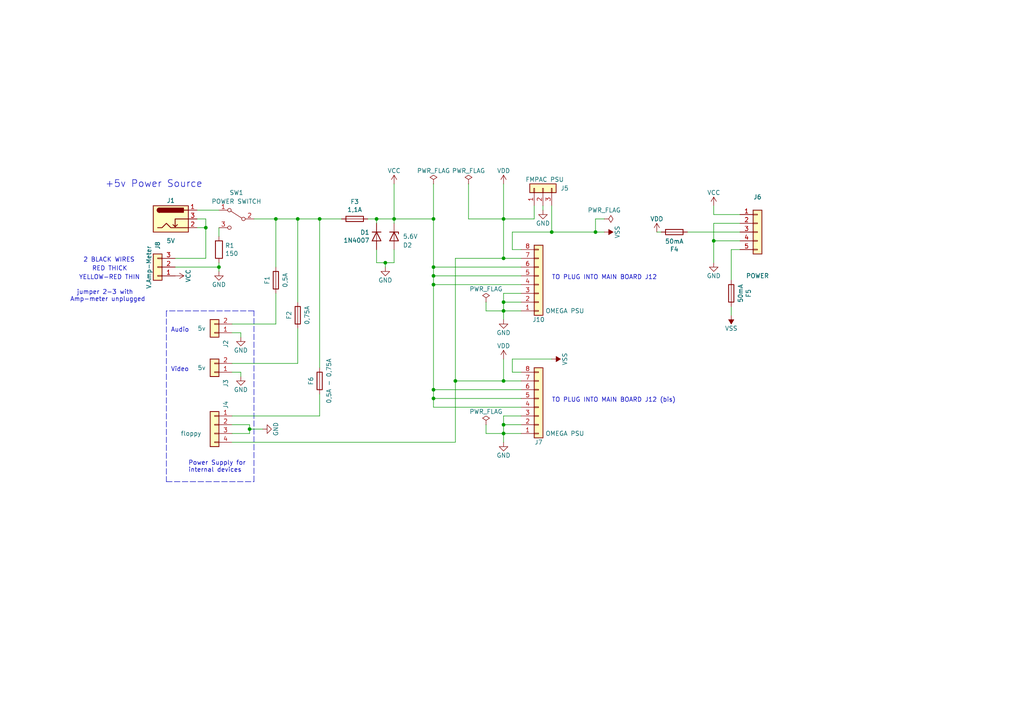
<source format=kicad_sch>
(kicad_sch (version 20211123) (generator eeschema)
  (paper "A4")
  (lib_symbols
    (symbol "Connector:Barrel_Jack_Switch" (pin_names hide)
      (property "Reference" "J" (at 0 5.334 0))
      (property "Value" "Barrel_Jack_Switch" (at 0 -5.08 0))
      (symbol "Barrel_Jack_Switch_0_1"
        (rectangle (start -5.08 3.81) (end 5.08 -3.81) (stroke (width 0.254)) (fill (type background)))
        (arc (start -3.302 3.175) (mid -3.937 2.54) (end -3.302 1.905) (stroke (width 0.254)))
        (arc (start -3.302 3.175) (mid -3.937 2.54) (end -3.302 1.905) (stroke (width 0.254)) (fill (type outline)))
        (polyline (pts (xy 1.27 -2.286) (xy 1.905 -1.651)) (stroke (width 0.254)))
        (polyline (pts (xy 5.08 2.54) (xy 3.81 2.54)) (stroke (width 0.254)))
        (polyline (pts (xy 5.08 0) (xy 1.27 0) (xy 1.27 -2.286) (xy 0.635 -1.651)) (stroke (width 0.254)))
        (polyline (pts (xy -3.81 -2.54) (xy -2.54 -2.54) (xy -1.27 -1.27) (xy 0 -2.54) (xy 2.54 -2.54) (xy 5.08 -2.54)) (stroke (width 0.254)))
        (rectangle (start 3.683 3.175) (end -3.302 1.905) (stroke (width 0.254)) (fill (type outline)))
      )
      (symbol "Barrel_Jack_Switch_1_1"
        (pin passive line (at 7.62 2.54 180) (length 2.54) (name "~") (number "1"))
        (pin passive line (at 7.62 -2.54 180) (length 2.54) (name "~") (number "2"))
        (pin passive line (at 7.62 0 180) (length 2.54) (name "~") (number "3"))
      )
    )
    (symbol "Connector_Generic:Conn_01x02" (pin_names (offset 1.016) hide)
      (property "Reference" "J" (at 0 2.54 0))
      (property "Value" "Conn_01x02" (at 0 -5.08 0))
      (symbol "Conn_01x02_1_1"
        (rectangle (start -1.27 -2.413) (end 0 -2.667) (stroke (width 0.1524)))
        (rectangle (start -1.27 0.127) (end 0 -0.127) (stroke (width 0.1524)))
        (rectangle (start -1.27 1.27) (end 1.27 -3.81) (stroke (width 0.254)) (fill (type background)))
        (pin passive line (at -5.08 0 0) (length 3.81) (name "Pin_1") (number "1"))
        (pin passive line (at -5.08 -2.54 0) (length 3.81) (name "Pin_2") (number "2"))
      )
    )
    (symbol "Connector_Generic:Conn_01x03" (pin_names (offset 1.016) hide)
      (property "Reference" "J" (at 0 5.08 0))
      (property "Value" "Conn_01x03" (at 0 -5.08 0))
      (symbol "Conn_01x03_1_1"
        (rectangle (start -1.27 -2.413) (end 0 -2.667) (stroke (width 0.1524)))
        (rectangle (start -1.27 0.127) (end 0 -0.127) (stroke (width 0.1524)))
        (rectangle (start -1.27 2.667) (end 0 2.413) (stroke (width 0.1524)))
        (rectangle (start -1.27 3.81) (end 1.27 -3.81) (stroke (width 0.254)) (fill (type background)))
        (pin passive line (at -5.08 2.54 0) (length 3.81) (name "Pin_1") (number "1"))
        (pin passive line (at -5.08 0 0) (length 3.81) (name "Pin_2") (number "2"))
        (pin passive line (at -5.08 -2.54 0) (length 3.81) (name "Pin_3") (number "3"))
      )
    )
    (symbol "Connector_Generic:Conn_01x04" (pin_names (offset 1.016) hide)
      (property "Reference" "J" (at 0 5.08 0))
      (property "Value" "Conn_01x04" (at 0 -7.62 0))
      (symbol "Conn_01x04_1_1"
        (rectangle (start -1.27 -4.953) (end 0 -5.207) (stroke (width 0.1524)))
        (rectangle (start -1.27 -2.413) (end 0 -2.667) (stroke (width 0.1524)))
        (rectangle (start -1.27 0.127) (end 0 -0.127) (stroke (width 0.1524)))
        (rectangle (start -1.27 2.667) (end 0 2.413) (stroke (width 0.1524)))
        (rectangle (start -1.27 3.81) (end 1.27 -6.35) (stroke (width 0.254)) (fill (type background)))
        (pin passive line (at -5.08 2.54 0) (length 3.81) (name "Pin_1") (number "1"))
        (pin passive line (at -5.08 0 0) (length 3.81) (name "Pin_2") (number "2"))
        (pin passive line (at -5.08 -2.54 0) (length 3.81) (name "Pin_3") (number "3"))
        (pin passive line (at -5.08 -5.08 0) (length 3.81) (name "Pin_4") (number "4"))
      )
    )
    (symbol "Connector_Generic:Conn_01x05" (pin_names (offset 1.016) hide)
      (property "Reference" "J" (at 0 7.62 0))
      (property "Value" "Conn_01x05" (at 0 -7.62 0))
      (symbol "Conn_01x05_1_1"
        (rectangle (start -1.27 -4.953) (end 0 -5.207) (stroke (width 0.1524)))
        (rectangle (start -1.27 -2.413) (end 0 -2.667) (stroke (width 0.1524)))
        (rectangle (start -1.27 0.127) (end 0 -0.127) (stroke (width 0.1524)))
        (rectangle (start -1.27 2.667) (end 0 2.413) (stroke (width 0.1524)))
        (rectangle (start -1.27 5.207) (end 0 4.953) (stroke (width 0.1524)))
        (rectangle (start -1.27 6.35) (end 1.27 -6.35) (stroke (width 0.254)) (fill (type background)))
        (pin passive line (at -5.08 5.08 0) (length 3.81) (name "Pin_1") (number "1"))
        (pin passive line (at -5.08 2.54 0) (length 3.81) (name "Pin_2") (number "2"))
        (pin passive line (at -5.08 0 0) (length 3.81) (name "Pin_3") (number "3"))
        (pin passive line (at -5.08 -2.54 0) (length 3.81) (name "Pin_4") (number "4"))
        (pin passive line (at -5.08 -5.08 0) (length 3.81) (name "Pin_5") (number "5"))
      )
    )
    (symbol "Connector_Generic:Conn_01x08" (pin_names (offset 1.016) hide)
      (property "Reference" "J" (at 0 10.16 0))
      (property "Value" "Conn_01x08" (at 0 -12.7 0))
      (symbol "Conn_01x08_1_1"
        (rectangle (start -1.27 -10.033) (end 0 -10.287) (stroke (width 0.1524)))
        (rectangle (start -1.27 -7.493) (end 0 -7.747) (stroke (width 0.1524)))
        (rectangle (start -1.27 -4.953) (end 0 -5.207) (stroke (width 0.1524)))
        (rectangle (start -1.27 -2.413) (end 0 -2.667) (stroke (width 0.1524)))
        (rectangle (start -1.27 0.127) (end 0 -0.127) (stroke (width 0.1524)))
        (rectangle (start -1.27 2.667) (end 0 2.413) (stroke (width 0.1524)))
        (rectangle (start -1.27 5.207) (end 0 4.953) (stroke (width 0.1524)))
        (rectangle (start -1.27 7.747) (end 0 7.493) (stroke (width 0.1524)))
        (rectangle (start -1.27 8.89) (end 1.27 -11.43) (stroke (width 0.254)) (fill (type background)))
        (pin passive line (at -5.08 7.62 0) (length 3.81) (name "Pin_1") (number "1"))
        (pin passive line (at -5.08 5.08 0) (length 3.81) (name "Pin_2") (number "2"))
        (pin passive line (at -5.08 2.54 0) (length 3.81) (name "Pin_3") (number "3"))
        (pin passive line (at -5.08 0 0) (length 3.81) (name "Pin_4") (number "4"))
        (pin passive line (at -5.08 -2.54 0) (length 3.81) (name "Pin_5") (number "5"))
        (pin passive line (at -5.08 -5.08 0) (length 3.81) (name "Pin_6") (number "6"))
        (pin passive line (at -5.08 -7.62 0) (length 3.81) (name "Pin_7") (number "7"))
        (pin passive line (at -5.08 -10.16 0) (length 3.81) (name "Pin_8") (number "8"))
      )
    )
    (symbol "Device:D_Zener" (pin_numbers hide) (pin_names (offset 1.016) hide)
      (property "Reference" "D" (at 0 2.54 0))
      (property "Value" "D_Zener" (at 0 -2.54 0))
      (symbol "D_Zener_0_1"
        (polyline (pts (xy 1.27 0) (xy -1.27 0)))
        (polyline (pts (xy -1.27 -1.27) (xy -1.27 1.27) (xy -0.762 1.27)) (stroke (width 0.254)))
        (polyline (pts (xy 1.27 -1.27) (xy 1.27 1.27) (xy -1.27 0) (xy 1.27 -1.27)) (stroke (width 0.254)))
      )
      (symbol "D_Zener_1_1"
        (pin passive line (at -3.81 0 0) (length 2.54) (name "K") (number "1"))
        (pin passive line (at 3.81 0 180) (length 2.54) (name "A") (number "2"))
      )
    )
    (symbol "Device:Fuse" (pin_numbers hide) (pin_names (offset 0))
      (property "Reference" "F" (at 2.032 0 90))
      (property "Value" "Fuse" (at -1.905 0 90))
      (symbol "Fuse_0_1"
        (rectangle (start -0.762 -2.54) (end 0.762 2.54) (stroke (width 0.254)))
        (polyline (pts (xy 0 2.54) (xy 0 -2.54)))
      )
      (symbol "Fuse_1_1"
        (pin passive line (at 0 3.81 270) (length 1.27) (name "~") (number "1"))
        (pin passive line (at 0 -3.81 90) (length 1.27) (name "~") (number "2"))
      )
    )
    (symbol "Device:R" (pin_numbers hide) (pin_names (offset 0))
      (property "Reference" "R" (at 2.032 0 90))
      (property "Value" "R" (at 0 0 90))
      (symbol "R_0_1"
        (rectangle (start -1.016 -2.54) (end 1.016 2.54) (stroke (width 0.254)))
      )
      (symbol "R_1_1"
        (pin passive line (at 0 3.81 270) (length 1.27) (name "~") (number "1"))
        (pin passive line (at 0 -3.81 90) (length 1.27) (name "~") (number "2"))
      )
    )
    (symbol "Diode:1N4007" (pin_numbers hide) (pin_names (offset 1.016) hide)
      (property "Reference" "D" (at 0 2.54 0))
      (property "Value" "1N4007" (at 0 -2.54 0))
      (symbol "1N4007_0_1"
        (polyline (pts (xy -1.27 1.27) (xy -1.27 -1.27)) (stroke (width 0.254)))
        (polyline (pts (xy 1.27 0) (xy -1.27 0)))
        (polyline (pts (xy 1.27 1.27) (xy 1.27 -1.27) (xy -1.27 0) (xy 1.27 1.27)) (stroke (width 0.254)))
      )
      (symbol "1N4007_1_1"
        (pin passive line (at -3.81 0 0) (length 2.54) (name "K") (number "1"))
        (pin passive line (at 3.81 0 180) (length 2.54) (name "A") (number "2"))
      )
    )
    (symbol "Switch:SW_SPDT" (pin_names (offset 0) hide)
      (property "Reference" "SW" (at 0 4.318 0))
      (property "Value" "SW_SPDT" (at 0 -5.08 0))
      (symbol "SW_SPDT_0_0"
        (circle (center -2.032 0) (radius 0.508))
        (circle (center 2.032 -2.54) (radius 0.508))
      )
      (symbol "SW_SPDT_0_1"
        (polyline (pts (xy -1.524 0.254) (xy 1.651 2.286)))
        (circle (center 2.032 2.54) (radius 0.508))
      )
      (symbol "SW_SPDT_1_1"
        (pin passive line (at 5.08 2.54 180) (length 2.54) (name "A") (number "1"))
        (pin passive line (at -5.08 0 0) (length 2.54) (name "B") (number "2"))
        (pin passive line (at 5.08 -2.54 180) (length 2.54) (name "C") (number "3"))
      )
    )
    (symbol "power:GND" (power) (pin_names (offset 0))
      (property "Value" "GND" (at 0 -3.81 0))
      (symbol "GND_0_1"
        (polyline (pts (xy 0 0) (xy 0 -1.27) (xy 1.27 -1.27) (xy 0 -2.54) (xy -1.27 -1.27) (xy 0 -1.27)))
      )
      (symbol "GND_1_1"
        (pin power_in line (at 0 0 270) (length 0) hide (name "GND") (number "1"))
      )
    )
    (symbol "power:PWR_FLAG" (power) (pin_numbers hide) (pin_names (offset 0) hide)
      (property "Value" "PWR_FLAG" (at 0 3.81 0))
      (symbol "PWR_FLAG_0_0"
        (pin power_out line (at 0 0 90) (length 0) (name "pwr") (number "1"))
      )
      (symbol "PWR_FLAG_0_1"
        (polyline (pts (xy 0 0) (xy 0 1.27) (xy -1.016 1.905) (xy 0 2.54) (xy 1.016 1.905) (xy 0 1.27)))
      )
    )
    (symbol "power:VCC" (power) (pin_names (offset 0))
      (property "Value" "VCC" (at 0 3.81 0))
      (symbol "VCC_0_1"
        (polyline (pts (xy -0.762 1.27) (xy 0 2.54)))
        (polyline (pts (xy 0 0) (xy 0 2.54)))
        (polyline (pts (xy 0 2.54) (xy 0.762 1.27)))
      )
      (symbol "VCC_1_1"
        (pin power_in line (at 0 0 90) (length 0) hide (name "VCC") (number "1"))
      )
    )
    (symbol "power:VDD" (power) (pin_names (offset 0))
      (property "Value" "VDD" (at 0 3.81 0))
      (symbol "VDD_0_1"
        (polyline (pts (xy -0.762 1.27) (xy 0 2.54)))
        (polyline (pts (xy 0 0) (xy 0 2.54)))
        (polyline (pts (xy 0 2.54) (xy 0.762 1.27)))
      )
      (symbol "VDD_1_1"
        (pin power_in line (at 0 0 90) (length 0) hide (name "VDD") (number "1"))
      )
    )
    (symbol "power:VSS" (power) (pin_names (offset 0))
      (property "Value" "VSS" (at 0 3.81 0))
      (symbol "VSS_0_1"
        (polyline (pts (xy 0 0) (xy 0 2.54)))
        (polyline (pts (xy 0.762 1.27) (xy -0.762 1.27) (xy 0 2.54) (xy 0.762 1.27)) (fill (type outline)))
      )
      (symbol "VSS_1_1"
        (pin power_in line (at 0 0 90) (length 0) hide (name "VSS") (number "1"))
      )
    )
  )
  (junction (at 146.05 90.17))
  (junction (at 72.39 124.46))
  (junction (at 125.73 77.47))
  (junction (at 86.36 63.5))
  (junction (at 146.05 87.63))
  (junction (at 125.73 63.5))
  (junction (at 59.69 66.04))
  (junction (at 146.05 125.73))
  (junction (at 63.5 77.47))
  (junction (at 111.76 76.2))
  (junction (at 125.73 113.03))
  (junction (at 207.01 69.85))
  (junction (at 114.3 63.5))
  (junction (at 146.05 74.93))
  (junction (at 172.72 67.31))
  (junction (at 109.22 63.5))
  (junction (at 80.01 63.5))
  (junction (at 146.05 110.49))
  (junction (at 146.05 63.5))
  (junction (at 160.02 67.31))
  (junction (at 146.05 123.19))
  (junction (at 125.73 82.55))
  (junction (at 92.71 63.5))
  (junction (at 125.73 115.57))
  (junction (at 125.73 80.01))
  (junction (at 132.08 110.49))
  (wire (pts (xy 67.31 93.98) (xy 80.01 93.98)))
  (wire (pts (xy 125.73 77.47) (xy 125.73 80.01)))
  (wire (pts (xy 146.05 63.5) (xy 135.89 63.5)))
  (wire (pts (xy 125.73 115.57) (xy 125.73 118.11)))
  (wire (pts (xy 125.73 115.57) (xy 125.73 113.03)))
  (wire (pts (xy 132.08 128.27) (xy 67.31 128.27)))
  (wire (pts (xy 140.97 90.17) (xy 146.05 90.17)))
  (wire (pts (xy 80.01 85.09) (xy 80.01 93.98)))
  (wire (pts (xy 151.13 115.57) (xy 125.73 115.57)))
  (wire (pts (xy 59.69 66.04) (xy 59.69 74.93)))
  (wire (pts (xy 67.31 105.41) (xy 86.36 105.41)))
  (wire (pts (xy 114.3 63.5) (xy 114.3 53.34)))
  (wire (pts (xy 146.05 120.65) (xy 146.05 123.19)))
  (wire (pts (xy 125.73 53.34) (xy 125.73 63.5)))
  (wire (pts (xy 57.15 66.04) (xy 59.69 66.04)))
  (polyline (pts (xy 73.66 90.17) (xy 48.26 90.17)))
  (wire (pts (xy 114.3 63.5) (xy 125.73 63.5)))
  (wire (pts (xy 151.13 107.95) (xy 148.59 107.95)))
  (polyline (pts (xy 73.66 139.7) (xy 73.66 90.17)))
  (wire (pts (xy 114.3 64.77) (xy 114.3 63.5)))
  (wire (pts (xy 69.85 96.52) (xy 69.85 97.79)))
  (wire (pts (xy 86.36 63.5) (xy 86.36 87.63)))
  (wire (pts (xy 157.48 60.96) (xy 157.48 59.69)))
  (wire (pts (xy 132.08 74.93) (xy 132.08 110.49)))
  (wire (pts (xy 151.13 85.09) (xy 146.05 85.09)))
  (wire (pts (xy 212.09 91.44) (xy 212.09 88.9)))
  (wire (pts (xy 63.5 76.2) (xy 63.5 77.47)))
  (polyline (pts (xy 48.26 90.17) (xy 48.26 139.7)))
  (wire (pts (xy 135.89 53.34) (xy 135.89 63.5)))
  (wire (pts (xy 72.39 124.46) (xy 72.39 123.19)))
  (wire (pts (xy 111.76 76.2) (xy 111.76 77.47)))
  (wire (pts (xy 57.15 60.96) (xy 63.5 60.96)))
  (wire (pts (xy 125.73 118.11) (xy 151.13 118.11)))
  (wire (pts (xy 67.31 125.73) (xy 72.39 125.73)))
  (wire (pts (xy 172.72 63.5) (xy 175.26 63.5)))
  (wire (pts (xy 172.72 63.5) (xy 172.72 67.31)))
  (wire (pts (xy 148.59 67.31) (xy 160.02 67.31)))
  (wire (pts (xy 154.94 63.5) (xy 146.05 63.5)))
  (wire (pts (xy 109.22 76.2) (xy 111.76 76.2)))
  (wire (pts (xy 80.01 63.5) (xy 86.36 63.5)))
  (wire (pts (xy 146.05 87.63) (xy 146.05 90.17)))
  (wire (pts (xy 73.66 63.5) (xy 80.01 63.5)))
  (wire (pts (xy 214.63 64.77) (xy 207.01 64.77)))
  (polyline (pts (xy 48.26 139.7) (xy 73.66 139.7)))
  (wire (pts (xy 59.69 63.5) (xy 59.69 66.04)))
  (wire (pts (xy 109.22 63.5) (xy 109.22 64.77)))
  (wire (pts (xy 132.08 110.49) (xy 132.08 128.27)))
  (wire (pts (xy 151.13 80.01) (xy 125.73 80.01)))
  (wire (pts (xy 146.05 125.73) (xy 151.13 125.73)))
  (wire (pts (xy 63.5 77.47) (xy 63.5 78.74)))
  (wire (pts (xy 140.97 125.73) (xy 146.05 125.73)))
  (wire (pts (xy 111.76 76.2) (xy 114.3 76.2)))
  (wire (pts (xy 146.05 104.14) (xy 146.05 110.49)))
  (wire (pts (xy 146.05 110.49) (xy 151.13 110.49)))
  (wire (pts (xy 151.13 72.39) (xy 148.59 72.39)))
  (wire (pts (xy 125.73 63.5) (xy 125.73 77.47)))
  (wire (pts (xy 146.05 85.09) (xy 146.05 87.63)))
  (wire (pts (xy 214.63 72.39) (xy 212.09 72.39)))
  (wire (pts (xy 50.8 77.47) (xy 63.5 77.47)))
  (wire (pts (xy 125.73 82.55) (xy 151.13 82.55)))
  (wire (pts (xy 146.05 90.17) (xy 151.13 90.17)))
  (wire (pts (xy 146.05 53.34) (xy 146.05 63.5)))
  (wire (pts (xy 160.02 67.31) (xy 172.72 67.31)))
  (wire (pts (xy 86.36 63.5) (xy 92.71 63.5)))
  (wire (pts (xy 214.63 67.31) (xy 199.39 67.31)))
  (wire (pts (xy 148.59 67.31) (xy 148.59 72.39)))
  (wire (pts (xy 214.63 62.23) (xy 207.01 62.23)))
  (wire (pts (xy 151.13 120.65) (xy 146.05 120.65)))
  (wire (pts (xy 140.97 90.17) (xy 140.97 87.63)))
  (wire (pts (xy 151.13 87.63) (xy 146.05 87.63)))
  (wire (pts (xy 146.05 74.93) (xy 132.08 74.93)))
  (wire (pts (xy 72.39 124.46) (xy 76.2 124.46)))
  (wire (pts (xy 92.71 120.65) (xy 92.71 114.3)))
  (wire (pts (xy 92.71 120.65) (xy 67.31 120.65)))
  (wire (pts (xy 146.05 74.93) (xy 151.13 74.93)))
  (wire (pts (xy 160.02 59.69) (xy 160.02 67.31)))
  (wire (pts (xy 72.39 123.19) (xy 67.31 123.19)))
  (wire (pts (xy 69.85 107.95) (xy 69.85 109.22)))
  (wire (pts (xy 67.31 96.52) (xy 69.85 96.52)))
  (wire (pts (xy 57.15 63.5) (xy 59.69 63.5)))
  (wire (pts (xy 148.59 104.14) (xy 148.59 107.95)))
  (wire (pts (xy 146.05 110.49) (xy 132.08 110.49)))
  (wire (pts (xy 160.02 104.14) (xy 148.59 104.14)))
  (wire (pts (xy 125.73 80.01) (xy 125.73 82.55)))
  (wire (pts (xy 207.01 69.85) (xy 207.01 76.2)))
  (wire (pts (xy 63.5 66.04) (xy 63.5 68.58)))
  (wire (pts (xy 92.71 106.68) (xy 92.71 63.5)))
  (wire (pts (xy 146.05 125.73) (xy 146.05 128.27)))
  (wire (pts (xy 67.31 107.95) (xy 69.85 107.95)))
  (wire (pts (xy 86.36 95.25) (xy 86.36 105.41)))
  (wire (pts (xy 151.13 113.03) (xy 125.73 113.03)))
  (wire (pts (xy 214.63 69.85) (xy 207.01 69.85)))
  (wire (pts (xy 80.01 77.47) (xy 80.01 63.5)))
  (wire (pts (xy 146.05 123.19) (xy 146.05 125.73)))
  (wire (pts (xy 154.94 59.69) (xy 154.94 63.5)))
  (wire (pts (xy 72.39 125.73) (xy 72.39 124.46)))
  (wire (pts (xy 212.09 72.39) (xy 212.09 81.28)))
  (wire (pts (xy 151.13 123.19) (xy 146.05 123.19)))
  (wire (pts (xy 146.05 90.17) (xy 146.05 92.71)))
  (wire (pts (xy 109.22 72.39) (xy 109.22 76.2)))
  (wire (pts (xy 207.01 62.23) (xy 207.01 59.69)))
  (wire (pts (xy 109.22 63.5) (xy 114.3 63.5)))
  (wire (pts (xy 59.69 74.93) (xy 50.8 74.93)))
  (wire (pts (xy 140.97 125.73) (xy 140.97 123.19)))
  (wire (pts (xy 106.68 63.5) (xy 109.22 63.5)))
  (wire (pts (xy 207.01 64.77) (xy 207.01 69.85)))
  (wire (pts (xy 125.73 113.03) (xy 125.73 82.55)))
  (wire (pts (xy 114.3 76.2) (xy 114.3 72.39)))
  (wire (pts (xy 146.05 63.5) (xy 146.05 74.93)))
  (wire (pts (xy 172.72 67.31) (xy 175.26 67.31)))
  (wire (pts (xy 92.71 63.5) (xy 99.06 63.5)))
  (wire (pts (xy 151.13 77.47) (xy 125.73 77.47)))
  (wire (pts (xy 191.77 67.31) (xy 190.5 67.31)))
  (text "2 BLACK WIRES" (at 24.13 76.2 0) (effects (font (size 1.27 1.27)) (justify left bottom)))
  (text "TO PLUG INTO MAIN BOARD J12 (bis)" (at 160.02 116.84 0) (effects (font (size 1.27 1.27)) (justify left bottom)))
  (text "Power Supply for \ninternal devices" (at 54.61 137.16 0) (effects (font (size 1.27 1.27)) (justify left bottom)))
  (text "  jumper 2-3 with \nAmp-meter unplugged" (at 20.32 87.63 0) (effects (font (size 1.27 1.27)) (justify left bottom)))
  (text "YELLOW-RED THIN" (at 22.86 81.28 0) (effects (font (size 1.27 1.27)) (justify left bottom)))
  (text "+5v Power Source" (at 30.48 54.61 0) (effects (font (size 2.0066 2.0066)) (justify left bottom)))
  (text "TO PLUG INTO MAIN BOARD J12" (at 160.02 81.28 0) (effects (font (size 1.27 1.27)) (justify left bottom)))
  (text "Video" (at 49.53 107.95 0) (effects (font (size 1.27 1.27)) (justify left bottom)))
  (text "RED THICK" (at 26.67 78.74 0) (effects (font (size 1.27 1.27)) (justify left bottom)))
  (text "Audio" (at 49.53 96.52 0) (effects (font (size 1.27 1.27)) (justify left bottom)))
  (symbol (lib_id "Connector_Generic:Conn_01x08") (at 156.21 82.55 0) (mirror x) (unit 1)
    (property "Reference" "J10" (at 156.21 92.71 0))
    (property "Value" "OMEGA PSU" (at 163.83 90.17 0))
    (property "Footprint" "Connector_PinSocket_2.54mm:PinSocket_1x08_P2.54mm_Vertical" (effects hide))
  )
  (symbol (lib_id "power:PWR_FLAG") (at 125.73 53.34 0) (unit 1)
    (property "Reference" "#FLG01" (effects hide))
    (property "Value" "PWR_FLAG" (at 125.73 49.53 0))
  )
  (symbol (lib_id "power:PWR_FLAG") (at 135.89 53.34 0) (unit 1)
    (property "Reference" "#FLG02" (effects hide))
    (property "Value" "PWR_FLAG" (at 135.89 49.53 0))
  )
  (symbol (lib_id "power:PWR_FLAG") (at 175.26 63.5 270) (unit 1)
    (property "Reference" "#FLG03" (effects hide))
    (property "Value" "PWR_FLAG" (at 175.26 60.96 90))
  )
  (symbol (lib_id "power:PWR_FLAG") (at 140.97 87.63 0) (unit 1)
    (property "Reference" "#FLG04" (effects hide))
    (property "Value" "PWR_FLAG" (at 140.97 83.82 0))
  )
  (symbol (lib_id "power:GND") (at 146.05 92.71 0) (unit 1)
    (property "Reference" "#PWR06" (effects hide))
    (property "Value" "GND" (at 146.05 96.52 0))
  )
  (symbol (lib_id "power:VSS") (at 175.26 67.31 270) (unit 1)
    (property "Reference" "#PWR07" (effects hide))
    (property "Value" "VSS" (at 179.07 67.31 0))
  )
  (symbol (lib_id "power:VDD") (at 146.05 53.34 0) (unit 1)
    (property "Reference" "#PWR08" (effects hide))
    (property "Value" "VDD" (at 146.05 49.53 0))
  )
  (symbol (lib_id "Connector:Barrel_Jack_Switch") (at 49.53 63.5 0) (unit 1)
    (property "Reference" "J1" (at 49.53 58.166 0))
    (property "Value" "5V" (at 49.53 69.85 0))
    (property "Footprint" "My_Components:Conn_Power_Jack_Circular_Pads" (effects hide))
  )
  (symbol (lib_id "power:VCC") (at 114.3 53.34 0) (unit 1)
    (property "Reference" "#PWR09" (effects hide))
    (property "Value" "VCC" (at 114.3 49.53 0))
  )
  (symbol (lib_id "power:GND") (at 63.5 78.74 0) (unit 1)
    (property "Reference" "#PWR010" (effects hide))
    (property "Value" "GND" (at 63.5 82.55 0))
  )
  (symbol (lib_id "Device:Fuse") (at 102.87 63.5 270) (unit 1)
    (property "Reference" "F3" (at 102.87 58.4962 90))
    (property "Value" "1,1A" (at 102.87 60.8076 90))
    (property "Footprint" "Capacitor_THT:C_Disc_D7.5mm_W2.5mm_P5.00mm" (effects hide))
  )
  (symbol (lib_id "Switch:SW_SPDT") (at 68.58 63.5 0) (mirror y) (unit 1)
    (property "Reference" "SW1" (at 68.58 55.88 0))
    (property "Value" "POWER SWITCH" (at 68.58 58.42 0))
    (property "Footprint" "MSXMakers:SWITCH_SPDT" (effects hide))
  )
  (symbol (lib_id "Device:R") (at 63.5 72.39 0) (unit 1)
    (property "Reference" "R1" (at 65.278 71.2216 0) (effects (justify left)))
    (property "Value" "150" (at 65.278 73.533 0) (effects (justify left)))
    (property "Footprint" "Resistor_THT:R_Axial_DIN0207_L6.3mm_D2.5mm_P7.62mm_Horizontal" (effects hide))
  )
  (symbol (lib_id "Device:D_Zener") (at 114.3 68.58 270) (unit 1)
    (property "Reference" "D2" (at 116.84 71.12 90) (effects (justify left)))
    (property "Value" "5.6V" (at 116.84 68.58 90) (effects (justify left)))
    (property "Footprint" "Diode_THT:D_A-405_P7.62mm_Horizontal" (effects hide))
  )
  (symbol (lib_id "power:GND") (at 111.76 77.47 0) (unit 1)
    (property "Reference" "#PWR04" (effects hide))
    (property "Value" "GND" (at 111.76 81.28 0))
  )
  (symbol (lib_id "Connector_Generic:Conn_01x02") (at 62.23 96.52 180) (unit 1)
    (property "Reference" "J2" (at 65.4812 98.552 90) (effects (justify left)))
    (property "Value" "5v" (at 59.69 95.25 0) (effects (justify left)))
    (property "Footprint" "Connector_JST:JST_XH_B2B-XH-A_1x02_P2.50mm_Vertical" (effects hide))
  )
  (symbol (lib_id "Connector_Generic:Conn_01x02") (at 62.23 107.95 180) (unit 1)
    (property "Reference" "J3" (at 65.4812 109.982 90) (effects (justify left)))
    (property "Value" "5v" (at 59.69 106.68 0) (effects (justify left)))
    (property "Footprint" "Connector_JST:JST_XH_B2B-XH-A_1x02_P2.50mm_Vertical" (effects hide))
  )
  (symbol (lib_id "Connector_Generic:Conn_01x04") (at 62.23 123.19 0) (mirror y) (unit 1)
    (property "Reference" "J4" (at 65.4812 118.618 90) (effects (justify left)))
    (property "Value" "floppy" (at 58.42 125.73 0) (effects (justify left)))
    (property "Footprint" "Connector_PinHeader_2.54mm:PinHeader_1x04_P2.54mm_Horizontal" (effects hide))
  )
  (symbol (lib_id "Device:Fuse") (at 80.01 81.28 180) (unit 1)
    (property "Reference" "F1" (at 77.47 81.28 90))
    (property "Value" "0,5A" (at 82.7024 81.28 90))
    (property "Footprint" "Capacitor_THT:C_Disc_D7.5mm_W2.5mm_P5.00mm" (effects hide))
  )
  (symbol (lib_id "Device:Fuse") (at 86.36 91.44 180) (unit 1)
    (property "Reference" "F2" (at 83.82 91.44 90))
    (property "Value" "0,75A" (at 89.0524 91.44 90))
    (property "Footprint" "Capacitor_THT:C_Disc_D7.5mm_W2.5mm_P5.00mm" (effects hide))
  )
  (symbol (lib_id "Connector_Generic:Conn_01x03") (at 157.48 54.61 90) (unit 1)
    (property "Reference" "J5" (at 162.56 54.61 90) (effects (justify right)))
    (property "Value" "FMPAC PSU" (at 152.4 52.07 90) (effects (justify right)))
    (property "Footprint" "Connector_JST:JST_XH_B3B-XH-A_1x03_P2.50mm_Vertical" (effects hide))
  )
  (symbol (lib_id "power:GND") (at 69.85 97.79 0) (unit 1)
    (property "Reference" "#PWR01" (effects hide))
    (property "Value" "GND" (at 69.85 101.6 0))
  )
  (symbol (lib_id "power:GND") (at 69.85 109.22 0) (unit 1)
    (property "Reference" "#PWR02" (effects hide))
    (property "Value" "GND" (at 69.85 113.03 0))
  )
  (symbol (lib_id "power:GND") (at 157.48 60.96 0) (unit 1)
    (property "Reference" "#PWR011" (effects hide))
    (property "Value" "GND" (at 157.48 64.77 0))
  )
  (symbol (lib_id "power:GND") (at 76.2 124.46 90) (unit 1)
    (property "Reference" "#PWR03" (effects hide))
    (property "Value" "GND" (at 80.01 124.46 0))
  )
  (symbol (lib_id "Connector_Generic:Conn_01x05") (at 219.71 67.31 0) (unit 1)
    (property "Reference" "J6" (at 219.71 57.15 0))
    (property "Value" "POWER" (at 219.71 80.01 0))
    (property "Footprint" "Connector_PinSocket_2.54mm:PinSocket_1x05_P2.54mm_Vertical" (effects hide))
  )
  (symbol (lib_id "power:VCC") (at 207.01 59.69 0) (unit 1)
    (property "Reference" "#PWR013" (effects hide))
    (property "Value" "VCC" (at 207.01 55.88 0))
  )
  (symbol (lib_id "power:GND") (at 207.01 76.2 0) (unit 1)
    (property "Reference" "#PWR014" (effects hide))
    (property "Value" "GND" (at 207.01 80.01 0))
  )
  (symbol (lib_id "power:VSS") (at 212.09 91.44 180) (unit 1)
    (property "Reference" "#PWR015" (effects hide))
    (property "Value" "VSS" (at 212.09 95.25 0))
  )
  (symbol (lib_id "power:VDD") (at 190.5 67.31 0) (unit 1)
    (property "Reference" "#PWR012" (effects hide))
    (property "Value" "VDD" (at 190.5 63.5 0))
  )
  (symbol (lib_id "Device:Fuse") (at 212.09 85.09 180) (unit 1)
    (property "Reference" "F5" (at 217.0938 85.09 90))
    (property "Value" "50mA" (at 214.7824 85.09 90))
    (property "Footprint" "Capacitor_THT:C_Disc_D7.5mm_W2.5mm_P5.00mm" (effects hide))
  )
  (symbol (lib_id "Device:Fuse") (at 195.58 67.31 90) (unit 1)
    (property "Reference" "F4" (at 195.58 72.3138 90))
    (property "Value" "50mA" (at 195.58 70.0024 90))
    (property "Footprint" "Capacitor_THT:C_Disc_D7.5mm_W2.5mm_P5.00mm" (effects hide))
  )
  (symbol (lib_id "Diode:1N4007") (at 109.22 68.58 90) (mirror x) (unit 1)
    (property "Reference" "D1" (at 107.188 67.4116 90) (effects (justify left)))
    (property "Value" "1N4007" (at 107.188 69.723 90) (effects (justify left)))
    (property "Footprint" "Diode_THT:D_DO-41_SOD81_P10.16mm_Horizontal" (effects hide))
    (property "Datasheet" "http://www.vishay.com/docs/88503/1n4001.pdf" (effects hide))
  )
  (symbol (lib_id "Device:Fuse") (at 92.71 110.49 180) (unit 1)
    (property "Reference" "F6" (at 90.17 110.49 90))
    (property "Value" "0,5A - 0,75A" (at 95.4024 110.49 90))
    (property "Footprint" "Capacitor_THT:C_Disc_D7.5mm_W2.5mm_P5.00mm" (effects hide))
  )
  (symbol (lib_id "Connector_Generic:Conn_01x08") (at 156.21 118.11 0) (mirror x) (unit 1)
    (property "Reference" "J7" (at 156.21 128.27 0))
    (property "Value" "OMEGA PSU" (at 163.83 125.73 0))
    (property "Footprint" "Connector_PinSocket_2.54mm:PinSocket_1x08_P2.54mm_Vertical" (effects hide))
  )
  (symbol (lib_id "power:PWR_FLAG") (at 140.97 123.19 0) (unit 1)
    (property "Reference" "#FLG05" (effects hide))
    (property "Value" "PWR_FLAG" (at 140.97 119.38 0))
  )
  (symbol (lib_id "power:GND") (at 146.05 128.27 0) (unit 1)
    (property "Reference" "#PWR016" (effects hide))
    (property "Value" "GND" (at 146.05 132.08 0))
  )
  (symbol (lib_id "power:VSS") (at 160.02 104.14 270) (unit 1)
    (property "Reference" "#PWR017" (effects hide))
    (property "Value" "VSS" (at 163.83 104.14 0))
  )
  (symbol (lib_id "power:VDD") (at 146.05 104.14 0) (unit 1)
    (property "Reference" "#PWR05" (effects hide))
    (property "Value" "VDD" (at 146.05 100.33 0))
  )
  (symbol (lib_id "Connector_Generic:Conn_01x03") (at 45.72 77.47 180) (unit 1)
    (property "Reference" "J8" (at 45.72 72.39 90) (effects (justify right)))
    (property "Value" "V.Amp-Meter" (at 43.18 83.82 90) (effects (justify right)))
    (property "Footprint" "Connector_JST:JST_XH_B3B-XH-A_1x03_P2.50mm_Vertical" (effects hide))
  )
  (symbol (lib_id "power:VCC") (at 50.8 80.01 270) (unit 1)
    (property "Reference" "#PWR0101" (effects hide))
    (property "Value" "VCC" (at 54.61 80.01 0))
  )
)
</source>
